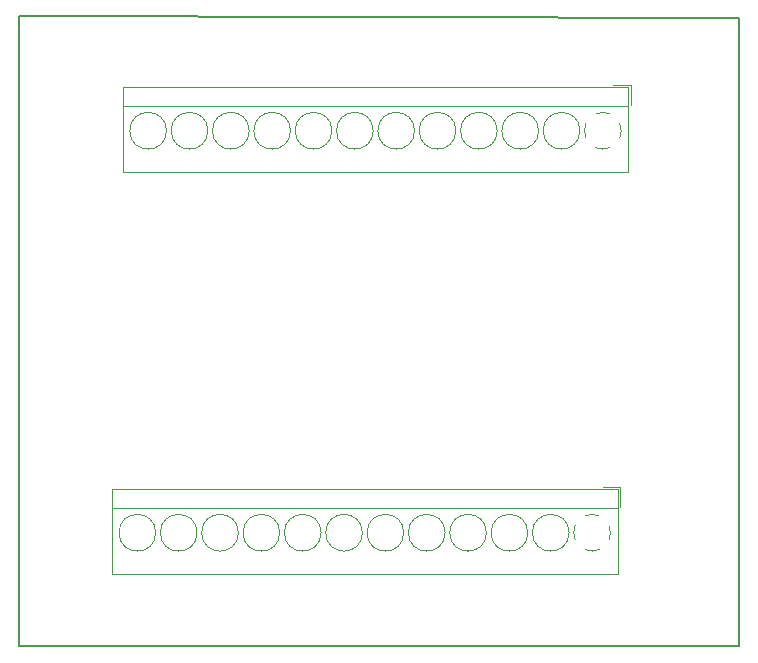
<source format=gbr>
%TF.GenerationSoftware,KiCad,Pcbnew,(6.0.7)*%
%TF.CreationDate,2022-11-28T13:53:11-06:00*%
%TF.ProjectId,Ebox,45626f78-2e6b-4696-9361-645f70636258,rev?*%
%TF.SameCoordinates,Original*%
%TF.FileFunction,Legend,Top*%
%TF.FilePolarity,Positive*%
%FSLAX46Y46*%
G04 Gerber Fmt 4.6, Leading zero omitted, Abs format (unit mm)*
G04 Created by KiCad (PCBNEW (6.0.7)) date 2022-11-28 13:53:11*
%MOMM*%
%LPD*%
G01*
G04 APERTURE LIST*
%ADD10C,0.150000*%
%ADD11C,0.120000*%
G04 APERTURE END LIST*
D10*
%TO.C,XA1*%
X76795500Y-54522500D02*
X76795500Y-107862500D01*
X135215500Y-107862500D02*
X137755500Y-107862500D01*
X76795500Y-54522500D02*
X137755500Y-54649500D01*
X137755500Y-107862500D02*
X137755500Y-54649500D01*
X76795500Y-107862500D02*
X135215500Y-107862500D01*
D11*
%TO.C,J2*%
X127480400Y-101705600D02*
X127480400Y-94585600D01*
X127720400Y-94345600D02*
X126220400Y-94345600D01*
X84660400Y-101705600D02*
X84660400Y-94585600D01*
X127480400Y-94585600D02*
X84660400Y-94585600D01*
X127720400Y-96085600D02*
X127720400Y-94345600D01*
X127480400Y-101705600D02*
X84660400Y-101705600D01*
X127480400Y-96145600D02*
X84660400Y-96145600D01*
X126752400Y-98853600D02*
G75*
G03*
X126752509Y-97637858I-1432000J608000D01*
G01*
X123888400Y-97637600D02*
G75*
G03*
X123888291Y-98853342I1432003J-607999D01*
G01*
X124712400Y-99677600D02*
G75*
G03*
X125928142Y-99677709I608000J1432000D01*
G01*
X125928400Y-96813600D02*
G75*
G03*
X125293389Y-96690107I-607998J-1431988D01*
G01*
X125320400Y-96690600D02*
G75*
G03*
X124712813Y-96814215I0J-1555000D01*
G01*
X88375400Y-98245600D02*
G75*
G03*
X88375400Y-98245600I-1555000J0D01*
G01*
X95375400Y-98245600D02*
G75*
G03*
X95375400Y-98245600I-1555000J0D01*
G01*
X105875400Y-98245600D02*
G75*
G03*
X105875400Y-98245600I-1555000J0D01*
G01*
X91875400Y-98245600D02*
G75*
G03*
X91875400Y-98245600I-1555000J0D01*
G01*
X123375400Y-98245600D02*
G75*
G03*
X123375400Y-98245600I-1555000J0D01*
G01*
X116375400Y-98245600D02*
G75*
G03*
X116375400Y-98245600I-1555000J0D01*
G01*
X119875400Y-98245600D02*
G75*
G03*
X119875400Y-98245600I-1555000J0D01*
G01*
X109375400Y-98245600D02*
G75*
G03*
X109375400Y-98245600I-1555000J0D01*
G01*
X112875400Y-98245600D02*
G75*
G03*
X112875400Y-98245600I-1555000J0D01*
G01*
X98875400Y-98245600D02*
G75*
G03*
X98875400Y-98245600I-1555000J0D01*
G01*
X102375400Y-98245600D02*
G75*
G03*
X102375400Y-98245600I-1555000J0D01*
G01*
%TO.C,J1*%
X128634800Y-60309600D02*
X127134800Y-60309600D01*
X128394800Y-60549600D02*
X85574800Y-60549600D01*
X128394800Y-67669600D02*
X85574800Y-67669600D01*
X128394800Y-67669600D02*
X128394800Y-60549600D01*
X128634800Y-62049600D02*
X128634800Y-60309600D01*
X85574800Y-67669600D02*
X85574800Y-60549600D01*
X128394800Y-62109600D02*
X85574800Y-62109600D01*
X125626800Y-65641600D02*
G75*
G03*
X126842542Y-65641709I608000J1432000D01*
G01*
X126234800Y-62654600D02*
G75*
G03*
X125627213Y-62778215I0J-1555000D01*
G01*
X126842800Y-62777600D02*
G75*
G03*
X126207789Y-62654107I-607998J-1431988D01*
G01*
X127666800Y-64817600D02*
G75*
G03*
X127666909Y-63601858I-1432000J608000D01*
G01*
X124802800Y-63601600D02*
G75*
G03*
X124802691Y-64817342I1432003J-607999D01*
G01*
X106789800Y-64209600D02*
G75*
G03*
X106789800Y-64209600I-1555000J0D01*
G01*
X92789800Y-64209600D02*
G75*
G03*
X92789800Y-64209600I-1555000J0D01*
G01*
X110289800Y-64209600D02*
G75*
G03*
X110289800Y-64209600I-1555000J0D01*
G01*
X103289800Y-64209600D02*
G75*
G03*
X103289800Y-64209600I-1555000J0D01*
G01*
X117289800Y-64209600D02*
G75*
G03*
X117289800Y-64209600I-1555000J0D01*
G01*
X124289800Y-64209600D02*
G75*
G03*
X124289800Y-64209600I-1555000J0D01*
G01*
X120789800Y-64209600D02*
G75*
G03*
X120789800Y-64209600I-1555000J0D01*
G01*
X89289800Y-64209600D02*
G75*
G03*
X89289800Y-64209600I-1555000J0D01*
G01*
X96289800Y-64209600D02*
G75*
G03*
X96289800Y-64209600I-1555000J0D01*
G01*
X113789800Y-64209600D02*
G75*
G03*
X113789800Y-64209600I-1555000J0D01*
G01*
X99789800Y-64209600D02*
G75*
G03*
X99789800Y-64209600I-1555000J0D01*
G01*
%TD*%
M02*

</source>
